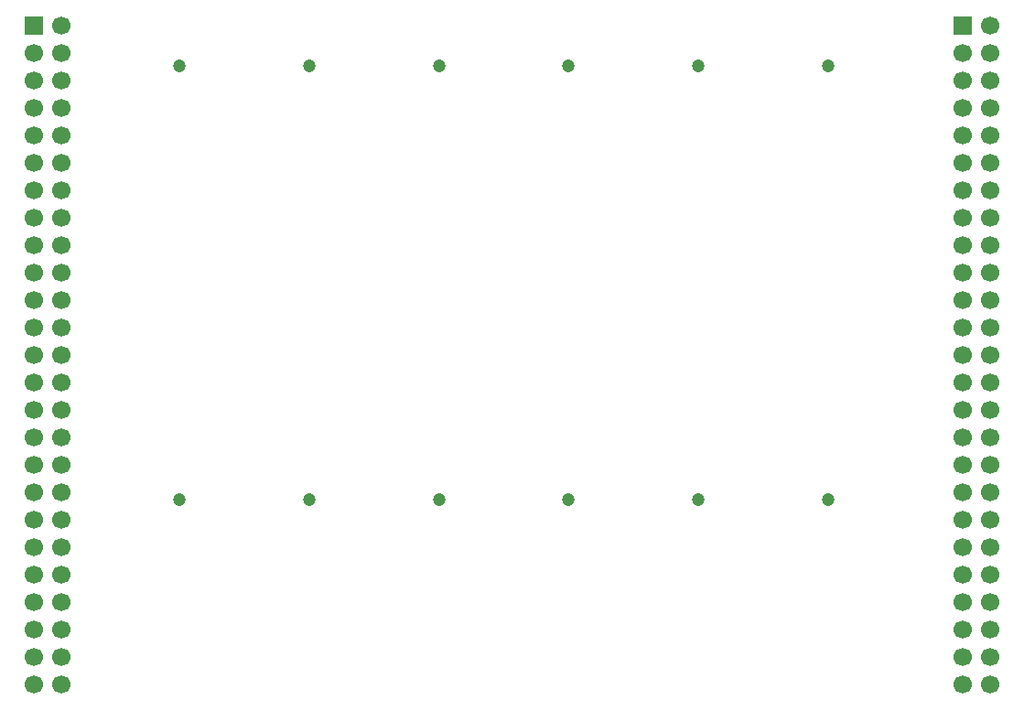
<source format=gbr>
%TF.GenerationSoftware,KiCad,Pcbnew,9.0.2+dfsg-1*%
%TF.CreationDate,2025-07-10T18:44:12+08:00*%
%TF.ProjectId,bp,62702e6b-6963-4616-945f-706362585858,rev?*%
%TF.SameCoordinates,Original*%
%TF.FileFunction,Soldermask,Bot*%
%TF.FilePolarity,Negative*%
%FSLAX46Y46*%
G04 Gerber Fmt 4.6, Leading zero omitted, Abs format (unit mm)*
G04 Created by KiCad (PCBNEW 9.0.2+dfsg-1) date 2025-07-10 18:44:12*
%MOMM*%
%LPD*%
G01*
G04 APERTURE LIST*
%ADD10C,1.200000*%
%ADD11R,1.700000X1.700000*%
%ADD12C,1.700000*%
G04 APERTURE END LIST*
D10*
%TO.C,U6*%
X169500000Y-86850000D03*
X169500000Y-46700000D03*
%TD*%
%TO.C,U3*%
X133500000Y-86850000D03*
X133500000Y-46700000D03*
%TD*%
%TO.C,U5*%
X157500000Y-86850000D03*
X157500000Y-46700000D03*
%TD*%
%TO.C,U1*%
X109500000Y-86850000D03*
X109500000Y-46700000D03*
%TD*%
D11*
%TO.C,J2*%
X182000000Y-43000000D03*
D12*
X184540000Y-43000000D03*
X182000000Y-45540000D03*
X184540000Y-45540000D03*
X182000000Y-48080000D03*
X184540000Y-48080000D03*
X182000000Y-50620000D03*
X184540000Y-50620000D03*
X182000000Y-53160000D03*
X184540000Y-53160000D03*
X182000000Y-55700000D03*
X184540000Y-55700000D03*
X182000000Y-58240000D03*
X184540000Y-58240000D03*
X182000000Y-60780000D03*
X184540000Y-60780000D03*
X182000000Y-63320000D03*
X184540000Y-63320000D03*
X182000000Y-65860000D03*
X184540000Y-65860000D03*
X182000000Y-68400000D03*
X184540000Y-68400000D03*
X182000000Y-70940000D03*
X184540000Y-70940000D03*
X182000000Y-73480000D03*
X184540000Y-73480000D03*
X182000000Y-76020000D03*
X184540000Y-76020000D03*
X182000000Y-78560000D03*
X184540000Y-78560000D03*
X182000000Y-81100000D03*
X184540000Y-81100000D03*
X182000000Y-83640000D03*
X184540000Y-83640000D03*
X182000000Y-86180000D03*
X184540000Y-86180000D03*
X182000000Y-88720000D03*
X184540000Y-88720000D03*
X182000000Y-91260000D03*
X184540000Y-91260000D03*
X182000000Y-93800000D03*
X184540000Y-93800000D03*
X182000000Y-96340000D03*
X184540000Y-96340000D03*
X182000000Y-98880000D03*
X184540000Y-98880000D03*
X182000000Y-101420000D03*
X184540000Y-101420000D03*
X182000000Y-103960000D03*
X184540000Y-103960000D03*
%TD*%
D10*
%TO.C,U2*%
X121500000Y-86850000D03*
X121500000Y-46700000D03*
%TD*%
%TO.C,U4*%
X145500000Y-86850000D03*
X145500000Y-46700000D03*
%TD*%
D11*
%TO.C,J1*%
X96000000Y-43000000D03*
D12*
X98540000Y-43000000D03*
X96000000Y-45540000D03*
X98540000Y-45540000D03*
X96000000Y-48080000D03*
X98540000Y-48080000D03*
X96000000Y-50620000D03*
X98540000Y-50620000D03*
X96000000Y-53160000D03*
X98540000Y-53160000D03*
X96000000Y-55700000D03*
X98540000Y-55700000D03*
X96000000Y-58240000D03*
X98540000Y-58240000D03*
X96000000Y-60780000D03*
X98540000Y-60780000D03*
X96000000Y-63320000D03*
X98540000Y-63320000D03*
X96000000Y-65860000D03*
X98540000Y-65860000D03*
X96000000Y-68400000D03*
X98540000Y-68400000D03*
X96000000Y-70940000D03*
X98540000Y-70940000D03*
X96000000Y-73480000D03*
X98540000Y-73480000D03*
X96000000Y-76020000D03*
X98540000Y-76020000D03*
X96000000Y-78560000D03*
X98540000Y-78560000D03*
X96000000Y-81100000D03*
X98540000Y-81100000D03*
X96000000Y-83640000D03*
X98540000Y-83640000D03*
X96000000Y-86180000D03*
X98540000Y-86180000D03*
X96000000Y-88720000D03*
X98540000Y-88720000D03*
X96000000Y-91260000D03*
X98540000Y-91260000D03*
X96000000Y-93800000D03*
X98540000Y-93800000D03*
X96000000Y-96340000D03*
X98540000Y-96340000D03*
X96000000Y-98880000D03*
X98540000Y-98880000D03*
X96000000Y-101420000D03*
X98540000Y-101420000D03*
X96000000Y-103960000D03*
X98540000Y-103960000D03*
%TD*%
M02*

</source>
